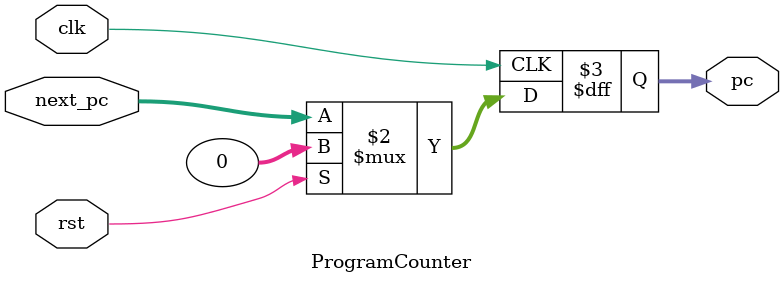
<source format=v>
module ProgramCounter(
    input rst,
    input clk,
    input [31:0] next_pc,
    output reg [31:0] pc
    );
    always@(posedge clk)
    begin
        pc <= rst? 0:next_pc;
    end
endmodule

</source>
